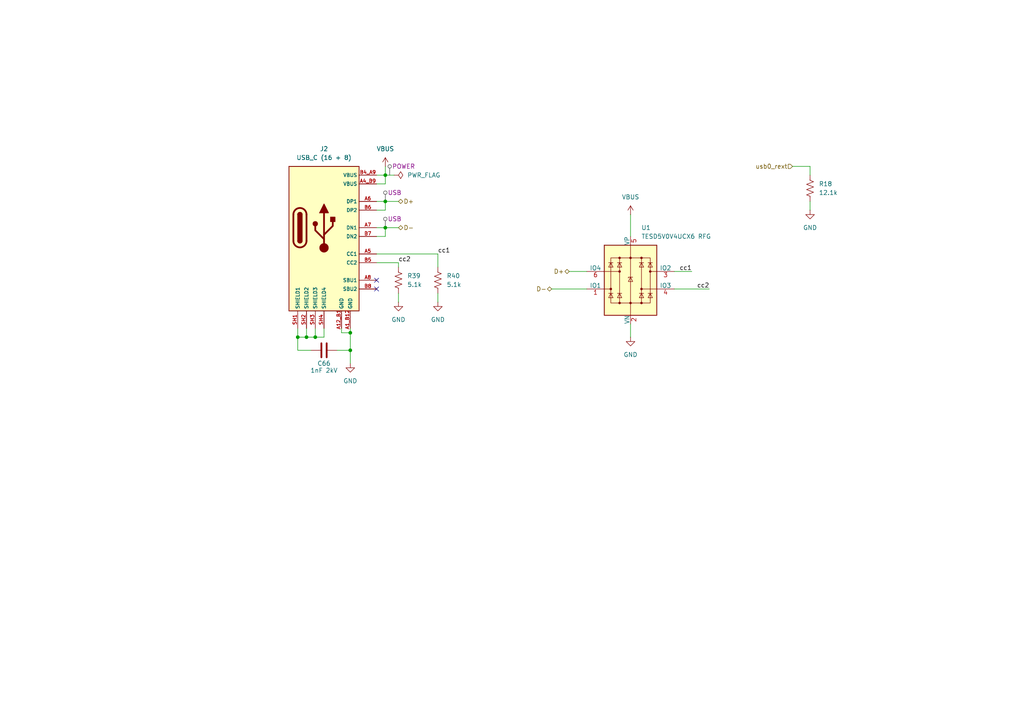
<source format=kicad_sch>
(kicad_sch (version 20250114) (generator "eeschema") (generator_version "9.0")
  (paper "A4")
  (lib_symbols
    (symbol "Device:C" (pin_numbers (hide yes)) (pin_names (offset 0.254))
      (property "Reference" "C" (at 0.635 2.54 0))
      (property "Value" "C" (at 0.635 -2.54 0))
      (symbol "C_0_1"
        (polyline (pts (xy -2.032 0.762) (xy 2.032 0.762)) (stroke (width 0.508)))
        (polyline (pts (xy -2.032 -0.762) (xy 2.032 -0.762)) (stroke (width 0.508)))
      )
      (symbol "C_1_1"
        (pin passive line (at 0 3.81 270) (length 2.794) (name "~") (number "1"))
        (pin passive line (at 0 -3.81 90) (length 2.794) (name "~") (number "2"))
      )
    )
    (symbol "Device:R_US" (pin_numbers (hide yes)) (pin_names (offset 0))
      (property "Reference" "R" (at 2.54 0 90))
      (property "Value" "R_US" (at -2.54 0 90))
      (symbol "R_US_0_1"
        (polyline (pts (xy 0 2.286) (xy 0 2.54)))
        (polyline (pts (xy 0 2.286) (xy 1.016 1.905) (xy 0 1.524) (xy -1.016 1.143) (xy 0 0.762)))
        (polyline (pts (xy 0 0.762) (xy 1.016 0.381) (xy 0 0) (xy -1.016 -0.381) (xy 0 -0.762)))
        (polyline (pts (xy 0 -0.762) (xy 1.016 -1.143) (xy 0 -1.524) (xy -1.016 -1.905) (xy 0 -2.286)))
        (polyline (pts (xy 0 -2.286) (xy 0 -2.54)))
      )
      (symbol "R_US_1_1"
        (pin passive line (at 0 3.81 270) (length 1.27) (name "~") (number "1"))
        (pin passive line (at 0 -3.81 90) (length 1.27) (name "~") (number "2"))
      )
    )
    (symbol "cotti_usb:IC_TVS_5V" (pin_names (offset 0))
      (property "Reference" "U" (at -5.08 11.43 0))
      (property "Value" "TESD5V0V4UCX6 RFG" (at 2.54 11.43 0))
      (symbol "IC_TVS_5V_0_0"
        (rectangle (start -5.715 6.477) (end 5.715 -6.604))
        (polyline (pts (xy -3.175 -6.604) (xy -3.175 6.477)))
        (polyline (pts (xy 3.175 6.477) (xy 3.175 -6.604)))
      )
      (symbol "IC_TVS_5V_0_1"
        (polyline (pts (xy -7.747 2.54) (xy -3.175 2.54)))
        (rectangle (start -7.62 10.16) (end 7.62 -10.16) (stroke (width 0.254)) (fill (type background)))
        (polyline (pts (xy -7.62 -2.54) (xy -5.715 -2.54)))
        (circle (center -5.715 -2.54) (radius 0.2794) (fill (type outline)))
        (polyline (pts (xy -5.08 5.08) (xy -6.35 5.08)))
        (polyline (pts (xy -5.08 3.81) (xy -6.35 3.81) (xy -5.715 5.08) (xy -5.08 3.81)))
        (polyline (pts (xy -5.08 -3.81) (xy -6.35 -3.81)))
        (polyline (pts (xy -5.08 -5.08) (xy -6.35 -5.08) (xy -5.715 -3.81) (xy -5.08 -5.08)))
        (circle (center -3.175 6.477) (radius 0.2794) (fill (type outline)))
        (circle (center -3.175 2.54) (radius 0.2794) (fill (type outline)))
        (circle (center -3.175 -6.604) (radius 0.2794) (fill (type outline)))
        (polyline (pts (xy -2.54 5.08) (xy -3.81 5.08)))
        (polyline (pts (xy -2.54 3.81) (xy -3.81 3.81) (xy -3.175 5.08) (xy -2.54 3.81)))
        (polyline (pts (xy -2.54 -3.81) (xy -3.81 -3.81)))
        (polyline (pts (xy -2.54 -5.08) (xy -3.81 -5.08) (xy -3.175 -3.81) (xy -2.54 -5.08)))
        (polyline (pts (xy 0 10.16) (xy 0 -10.16)))
        (circle (center 0 6.477) (radius 0.2794) (fill (type outline)))
        (circle (center 0 -6.604) (radius 0.2794) (fill (type outline)))
        (polyline (pts (xy 0.635 0.889) (xy -0.635 0.889) (xy -0.635 0.635)))
        (polyline (pts (xy 0.635 -0.381) (xy -0.635 -0.381) (xy 0 0.889) (xy 0.635 -0.381)))
        (circle (center 3.175 6.477) (radius 0.2794) (fill (type outline)))
        (circle (center 3.175 -2.54) (radius 0.2794) (fill (type outline)))
        (circle (center 3.175 -6.604) (radius 0.2794) (fill (type outline)))
        (polyline (pts (xy 3.81 5.08) (xy 2.54 5.08)))
        (polyline (pts (xy 3.81 3.81) (xy 2.54 3.81) (xy 3.175 5.08) (xy 3.81 3.81)))
        (polyline (pts (xy 3.81 -3.81) (xy 2.54 -3.81)))
        (polyline (pts (xy 3.81 -5.08) (xy 2.54 -5.08) (xy 3.175 -3.81) (xy 3.81 -5.08)))
        (circle (center 5.715 2.54) (radius 0.2794) (fill (type outline)))
        (polyline (pts (xy 6.35 5.08) (xy 5.08 5.08)))
        (polyline (pts (xy 6.35 3.81) (xy 5.08 3.81) (xy 5.715 5.08) (xy 6.35 3.81)))
        (polyline (pts (xy 6.35 -3.81) (xy 5.08 -3.81)))
        (polyline (pts (xy 6.35 -5.08) (xy 5.08 -5.08) (xy 5.715 -3.81) (xy 6.35 -5.08)))
        (polyline (pts (xy 7.62 2.54) (xy 5.715 2.54)))
        (polyline (pts (xy 7.62 -2.54) (xy 3.175 -2.54)))
      )
      (symbol "IC_TVS_5V_1_1"
        (pin passive line (at -12.7 2.54 0) (length 5.08) (name "IO4") (number "6"))
        (pin passive line (at -12.7 -2.54 0) (length 5.08) (name "IO1") (number "1"))
        (pin passive line (at 0 12.7 270) (length 2.54) (name "VP") (number "5"))
        (pin passive line (at 0 -12.7 90) (length 2.54) (name "VN") (number "2"))
        (pin passive line (at 12.7 2.54 180) (length 5.08) (name "IO2") (number "3"))
        (pin passive line (at 12.7 -2.54 180) (length 5.08) (name "IO3") (number "4"))
      )
    )
    (symbol "cotti_usb:USB_C_16+8"
      (property "Reference" "J" (at 1.016 4.318 0))
      (property "Value" "USB_C (16 + 8)" (at 8.382 1.524 0))
      (symbol "USB_C_16+8_0_0"
        (pin passive line (at 17.78 -46.99 90) (length 5.08) (name "GND") (number "A1_B12"))
        (pin passive line (at 25.4 -5.08 180) (length 5.08) (name "VBUS") (number "A4_B9"))
        (pin passive line (at 25.4 -12.7 180) (length 5.08) (name "DP2") (number "B6"))
        (pin passive line (at 25.4 -17.78 180) (length 5.08) (name "DN1") (number "A7"))
        (pin passive line (at 25.4 -20.32 180) (length 5.08) (name "DN2") (number "B7"))
        (pin passive line (at 25.4 -25.4 180) (length 5.08) (name "CC1") (number "A5"))
        (pin passive line (at 25.4 -27.94 180) (length 5.08) (name "CC2") (number "B5"))
        (pin passive line (at 25.4 -33.02 180) (length 5.08) (name "SBU1") (number "A8"))
        (pin passive line (at 25.4 -35.56 180) (length 5.08) (name "SBU2") (number "B8"))
      )
      (symbol "USB_C_16+8_0_1"
        (rectangle (start 0 0) (end 20.32 -41.91) (stroke (width 0.254)) (fill (type background)))
        (polyline (pts (xy 1.27 -21.59) (xy 1.27 -13.97)) (stroke (width 0.508)))
        (rectangle (start 2.54 -21.59) (end 3.81 -13.97) (stroke (width 0.254)) (fill (type outline)))
        (arc (start 2.54 -13.97) (mid 3.175 -13.3377) (end 3.81 -13.97) (stroke (width 0.254)))
        (arc (start 2.54 -13.97) (mid 3.175 -13.3377) (end 3.81 -13.97) (stroke (width 0.254)) (fill (type outline)))
        (arc (start 1.27 -13.97) (mid 3.175 -12.0733) (end 5.08 -13.97) (stroke (width 0.508)))
        (arc (start 5.08 -21.59) (mid 3.175 -23.4867) (end 1.27 -21.59) (stroke (width 0.508)))
        (arc (start 3.81 -21.59) (mid 3.175 -22.2223) (end 2.54 -21.59) (stroke (width 0.254)))
        (arc (start 3.81 -21.59) (mid 3.175 -22.2223) (end 2.54 -21.59) (stroke (width 0.254)) (fill (type outline)))
        (polyline (pts (xy 5.08 -13.97) (xy 5.08 -21.59)) (stroke (width 0.508)))
        (circle (center 7.62 -16.637) (radius 0.635) (stroke (width 0.254)) (fill (type outline)))
        (polyline (pts (xy 8.89 -13.462) (xy 10.16 -10.922) (xy 11.43 -13.462) (xy 8.89 -13.462)) (stroke (width 0.254)) (fill (type outline)))
        (polyline (pts (xy 10.16 -19.812) (xy 12.7 -17.272) (xy 12.7 -16.002)) (stroke (width 0.508)))
        (polyline (pts (xy 10.16 -21.082) (xy 7.62 -18.542) (xy 7.62 -17.272)) (stroke (width 0.508)))
        (polyline (pts (xy 10.16 -23.622) (xy 10.16 -13.462)) (stroke (width 0.508)))
        (circle (center 10.16 -23.622) (radius 1.27) (fill (type outline)))
        (rectangle (start 12.065 -16.002) (end 13.335 -14.732) (stroke (width 0.254)) (fill (type outline)))
      )
      (symbol "USB_C_16+8_1_0"
        (pin passive line (at 2.54 -46.99 90) (length 5.08) (name "SHIELD1") (number "SH1"))
        (pin passive line (at 5.08 -46.99 90) (length 5.08) (name "SHIELD2") (number "SH2"))
        (pin passive line (at 7.62 -46.99 90) (length 5.08) (name "SHIELD3") (number "SH3"))
        (pin passive line (at 10.16 -46.99 90) (length 5.08) (name "SHIELD4") (number "SH4"))
        (pin passive line (at 15.24 -46.99 90) (length 5.08) (name "GND") (number "A12_B1"))
        (pin passive line (at 25.4 -2.54 180) (length 5.08) (name "VBUS") (number "B4_A9"))
        (pin passive line (at 25.4 -10.16 180) (length 5.08) (name "DP1") (number "A6"))
      )
    )
    (symbol "power:GND" (power) (pin_numbers (hide yes)) (pin_names (offset 0) (hide yes))
      (property "Value" "GND" (at 0 -3.81 0))
      (symbol "GND_0_1"
        (polyline (pts (xy 0 0) (xy 0 -1.27) (xy 1.27 -1.27) (xy 0 -2.54) (xy -1.27 -1.27) (xy 0 -1.27)))
      )
      (symbol "GND_1_1"
        (pin power_in line (at 0 0 270) (length 0) (name "~") (number "1"))
      )
    )
    (symbol "power:PWR_FLAG" (power) (pin_numbers (hide yes)) (pin_names (offset 0) (hide yes))
      (property "Value" "PWR_FLAG" (at 0 3.81 0))
      (symbol "PWR_FLAG_0_0"
        (pin power_out line (at 0 0 90) (length 0) (name "~") (number "1"))
      )
      (symbol "PWR_FLAG_0_1"
        (polyline (pts (xy 0 0) (xy 0 1.27) (xy -1.016 1.905) (xy 0 2.54) (xy 1.016 1.905) (xy 0 1.27)))
      )
    )
    (symbol "power:VBUS" (power) (pin_numbers (hide yes)) (pin_names (offset 0) (hide yes))
      (property "Value" "VBUS" (at 0 3.556 0))
      (symbol "VBUS_0_1"
        (polyline (pts (xy -0.762 1.27) (xy 0 2.54)))
        (polyline (pts (xy 0 2.54) (xy 0.762 1.27)))
        (polyline (pts (xy 0 0) (xy 0 2.54)))
      )
      (symbol "VBUS_1_1"
        (pin power_in line (at 0 0 90) (length 0) (name "~") (number "1"))
      )
    )
  )
  (junction (at 88.9 97.79))
  (junction (at 86.36 97.79))
  (junction (at 101.6 101.6))
  (junction (at 111.76 66.04))
  (junction (at 111.76 58.42))
  (junction (at 101.6 96.52))
  (junction (at 91.44 97.79))
  (junction (at 111.76 50.8))
  (no_connect (at 109.22 83.82))
  (no_connect (at 109.22 81.28))
  (wire (pts (xy 111.76 58.42) (xy 111.76 60.96)))
  (wire (pts (xy 109.22 66.04) (xy 111.76 66.04)))
  (wire (pts (xy 115.57 76.2) (xy 115.57 77.47)))
  (wire (pts (xy 93.98 95.25) (xy 93.98 97.79)))
  (wire (pts (xy 91.44 95.25) (xy 91.44 97.79)))
  (wire (pts (xy 93.98 97.79) (xy 91.44 97.79)))
  (wire (pts (xy 111.76 53.34) (xy 109.22 53.34)))
  (wire (pts (xy 109.22 73.66) (xy 127 73.66)))
  (wire (pts (xy 182.88 93.98) (xy 182.88 97.79)))
  (wire (pts (xy 91.44 97.79) (xy 88.9 97.79)))
  (wire (pts (xy 88.9 95.25) (xy 88.9 97.79)))
  (wire (pts (xy 88.9 97.79) (xy 86.36 97.79)))
  (wire (pts (xy 234.95 58.42) (xy 234.95 60.96)))
  (wire (pts (xy 111.76 60.96) (xy 109.22 60.96)))
  (wire (pts (xy 229.87 48.26) (xy 234.95 48.26)))
  (wire (pts (xy 99.06 96.52) (xy 101.6 96.52)))
  (wire (pts (xy 97.79 101.6) (xy 101.6 101.6)))
  (wire (pts (xy 165.1 78.74) (xy 170.18 78.74)))
  (wire (pts (xy 111.76 66.04) (xy 115.57 66.04)))
  (wire (pts (xy 101.6 101.6) (xy 101.6 105.41)))
  (wire (pts (xy 111.76 50.8) (xy 111.76 53.34)))
  (wire (pts (xy 109.22 76.2) (xy 115.57 76.2)))
  (wire (pts (xy 127 85.09) (xy 127 87.63)))
  (wire (pts (xy 86.36 97.79) (xy 86.36 101.6)))
  (wire (pts (xy 109.22 50.8) (xy 111.76 50.8)))
  (wire (pts (xy 111.76 48.26) (xy 111.76 50.8)))
  (wire (pts (xy 115.57 85.09) (xy 115.57 87.63)))
  (wire (pts (xy 182.88 62.23) (xy 182.88 68.58)))
  (wire (pts (xy 86.36 101.6) (xy 90.17 101.6)))
  (wire (pts (xy 111.76 50.8) (xy 114.3 50.8)))
  (wire (pts (xy 127 73.66) (xy 127 77.47)))
  (wire (pts (xy 101.6 96.52) (xy 101.6 101.6)))
  (wire (pts (xy 99.06 95.25) (xy 99.06 96.52)))
  (wire (pts (xy 111.76 58.42) (xy 115.57 58.42)))
  (wire (pts (xy 195.58 83.82) (xy 205.74 83.82)))
  (wire (pts (xy 86.36 95.25) (xy 86.36 97.79)))
  (wire (pts (xy 200.66 78.74) (xy 195.58 78.74)))
  (wire (pts (xy 101.6 96.52) (xy 101.6 95.25)))
  (wire (pts (xy 109.22 68.58) (xy 111.76 68.58)))
  (wire (pts (xy 109.22 58.42) (xy 111.76 58.42)))
  (wire (pts (xy 111.76 66.04) (xy 111.76 68.58)))
  (wire (pts (xy 234.95 50.8) (xy 234.95 48.26)))
  (wire (pts (xy 170.18 83.82) (xy 160.02 83.82)))
  (label "cc2" (at 115.57 76.2 0))
  (label "cc1" (at 127 73.66 0))
  (label "cc2" (at 205.74 83.82 180))
  (label "cc1" (at 200.66 78.74 180))
  (hierarchical_label "D-" (shape bidirectional) (at 115.57 66.04 0))
  (hierarchical_label "usb0_rext" (shape input) (at 229.87 48.26 180))
  (hierarchical_label "D-" (shape bidirectional) (at 160.02 83.82 180))
  (hierarchical_label "D+" (shape bidirectional) (at 165.1 78.74 180))
  (hierarchical_label "D+" (shape bidirectional) (at 115.57 58.42 0))
  (netclass_flag "" (length 2.54) (shape round) (at 111.76 58.42 0) (property "Netclass" "USB" (at 112.4585 55.88 0) (effects (justify left))))
  (netclass_flag "" (length 2.54) (shape round) (at 113.03 50.8 0) (property "Netclass" "POWER" (at 113.7285 48.26 0) (effects (justify left))))
  (netclass_flag "" (length 2.54) (shape round) (at 111.76 66.04 0) (property "Netclass" "USB" (at 112.4585 63.5 0) (effects (justify left))))
  (symbol (lib_id "Device:C") (at 93.98 101.6 90) (unit 1)
    (property "Reference" "C66" (at 93.98 105.41 90))
    (property "Value" "1nF 2kV" (at 93.98 107.442 90))
    (property "Footprint" "Capacitor_SMD:C_1206_3216Metric_Pad1.33x1.80mm_HandSolder" (effects (hide yes)))
    (property "Datasheet" "http://www.passivecomponent.com/wp-content/uploads/datasheet/WTC_MLCC_Middle_and_High_Voltage.pdf" (effects (hide yes)))
    (property "Description" "Unpolarized capacitor" (effects (hide yes)))
    (property "Digikey" "https://www.digikey.com/en/products/detail/walsin-technology-corporation/1206B102M202CT/15791323" (effects (hide yes)))
    (property "Mfr." "Walsin Technology Corporation" (effects (hide yes)))
    (property "Mfr. P/N" "1206B102M202CT" (effects (hide yes)))
  )
  (symbol (lib_id "Device:R_US") (at 115.57 81.28 0) (unit 1)
    (property "Reference" "R39" (at 118.11 80.0099 0) (effects (justify left)))
    (property "Value" "5.1k" (at 118.11 82.5499 0) (effects (justify left)))
    (property "Footprint" "Resistor_SMD:R_0805_2012Metric_Pad1.20x1.40mm_HandSolder" (effects (hide yes)))
    (property "Datasheet" "https://www.yageogroup.com/content/datasheet/asset/file/PYU-RC_GROUP_51_ROHS_L" (effects (hide yes)))
    (property "Description" "Resistor, US symbol" (effects (hide yes)))
    (property "Digikey" "https://www.digikey.com/en/products/detail/yageo/RC0805FR-135K1L/14008188" (effects (hide yes)))
    (property "Mfr." "YAGEO" (effects (hide yes)))
    (property "Mfr. P/N" "RC0805FR-135K1L" (effects (hide yes)))
  )
  (symbol (lib_id "Device:R_US") (at 234.95 54.61 0) (unit 1)
    (property "Reference" "R18" (at 237.49 53.3399 0) (effects (justify left)))
    (property "Value" "12.1k" (at 237.49 55.8799 0) (effects (justify left)))
    (property "Footprint" "Resistor_SMD:R_0805_2012Metric_Pad1.20x1.40mm_HandSolder" (effects (hide yes)))
    (property "Datasheet" "https://www.yageogroup.com/content/datasheet/asset/file/PYU-AC_51_ROHS_L" (effects (hide yes)))
    (property "Description" "Resistor, US symbol" (effects (hide yes)))
    (property "Digikey" "https://www.digikey.com/en/products/detail/yageo/AC0805FR-0712K1L/5896547" (effects (hide yes)))
    (property "Mfr." "YAGEO" (effects (hide yes)))
    (property "Mfr. P/N" "AC0805FR-0712K1L" (effects (hide yes)))
  )
  (symbol (lib_id "cotti_usb:USB_C_16+8") (at 83.82 48.26 0) (unit 1)
    (property "Reference" "J2" (at 93.98 43.18 0))
    (property "Value" "USB_C (16 + 8)" (at 93.98 45.72 0))
    (property "Footprint" "cotti_footprints:SAMESKY_UJ20-C-H-G-SMT-5-P16-TR" (effects (hide yes)))
    (property "Datasheet" "https://www.sameskydevices.com/product/resource/uj20-c-h-g-smt-5-p16-tr.pdf" (effects (hide yes)))
    (property "Description" "USB-C (USB TYPE-C) USB 2.0 Receptacle Connector 24 (16+8 Dummy) Position Surface Mount, Right Angle; Through Hole" (effects (hide yes)))
    (property "Digikey" "https://www.digikey.com/en/products/detail/same-sky-formerly-cui-devices/UJ20-C-H-G-SMT-5-P16-TR/24818593" (effects (hide yes)))
    (property "Mfr." "Same Sky (Formerly CUI Devices)" (effects (hide yes)))
    (property "Mfr. P/N" "UJ20-C-H-G-SMT-5-P16-TR" (effects (hide yes)))
  )
  (symbol (lib_id "power:GND") (at 127 87.63 0) (unit 1)
    (property "Reference" "#PWR0140" (effects (hide yes)))
    (property "Value" "GND" (at 127 92.71 0))
    (property "Description" "Power symbol creates a global label with name \"GND\" , ground" (effects (hide yes)))
  )
  (symbol (lib_id "power:VBUS") (at 111.76 48.26 0) (unit 1)
    (property "Reference" "#PWR0143" (effects (hide yes)))
    (property "Value" "VBUS" (at 111.76 43.18 0))
    (property "Description" "Power symbol creates a global label with name \"VBUS\"" (effects (hide yes)))
  )
  (symbol (lib_id "power:GND") (at 115.57 87.63 0) (unit 1)
    (property "Reference" "#PWR039" (effects (hide yes)))
    (property "Value" "GND" (at 115.57 92.71 0))
    (property "Description" "Power symbol creates a global label with name \"GND\" , ground" (effects (hide yes)))
  )
  (symbol (lib_id "power:VBUS") (at 182.88 62.23 0) (unit 1)
    (property "Reference" "#PWR0144" (effects (hide yes)))
    (property "Value" "VBUS" (at 182.88 57.15 0))
    (property "Description" "Power symbol creates a global label with name \"VBUS\"" (effects (hide yes)))
  )
  (symbol (lib_id "power:GND") (at 234.95 60.96 0) (unit 1)
    (property "Reference" "#PWR092" (effects (hide yes)))
    (property "Value" "GND" (at 234.95 66.04 0))
    (property "Description" "Power symbol creates a global label with name \"GND\" , ground" (effects (hide yes)))
  )
  (symbol (lib_id "Device:R_US") (at 127 81.28 0) (unit 1)
    (property "Reference" "R40" (at 129.54 80.0099 0) (effects (justify left)))
    (property "Value" "5.1k" (at 129.54 82.5499 0) (effects (justify left)))
    (property "Footprint" "Resistor_SMD:R_0805_2012Metric_Pad1.20x1.40mm_HandSolder" (effects (hide yes)))
    (property "Datasheet" "https://www.yageogroup.com/content/datasheet/asset/file/PYU-RC_GROUP_51_ROHS_L" (effects (hide yes)))
    (property "Description" "Resistor, US symbol" (effects (hide yes)))
    (property "Digikey" "https://www.digikey.com/en/products/detail/yageo/RC0805FR-135K1L/14008188" (effects (hide yes)))
    (property "Mfr." "YAGEO" (effects (hide yes)))
    (property "Mfr. P/N" "RC0805FR-135K1L" (effects (hide yes)))
  )
  (symbol (lib_id "power:GND") (at 101.6 105.41 0) (unit 1)
    (property "Reference" "#PWR0141" (effects (hide yes)))
    (property "Value" "GND" (at 101.6 110.49 0))
    (property "Description" "Power symbol creates a global label with name \"GND\" , ground" (effects (hide yes)))
  )
  (symbol (lib_id "power:PWR_FLAG") (at 114.3 50.8 270) (unit 1)
    (property "Reference" "#FLG06" (effects (hide yes)))
    (property "Value" "PWR_FLAG" (at 118.11 50.7999 90) (effects (justify left)))
    (property "Description" "Special symbol for telling ERC where power comes from" (effects (hide yes)))
  )
  (symbol (lib_id "cotti_usb:IC_TVS_5V") (at 182.88 81.28 0) (unit 1)
    (property "Reference" "U1" (at 185.9981 66.04 0) (effects (justify left)))
    (property "Value" "TESD5V0V4UCX6 RFG" (at 185.9981 68.58 0) (effects (justify left)))
    (property "Footprint" "Package_TO_SOT_SMD:SOT-23-6" (effects (hide yes)))
    (property "Datasheet" "https://services.taiwansemi.com/storage/resources/datasheet/TESD5V0V4UCX6_B2003.pdf" (effects (hide yes)))
    (property "Description" "15V Clamp 5A (8/20µs) Ipp Tvs Diode Surface Mount SOT-26" (effects (hide yes)))
    (property "Digikey" "https://www.digikey.com/en/products/detail/taiwan-semiconductor-corporation/TESD5V0V4UCX6-RFG/7623393" (effects (hide yes)))
    (property "Mfr." "Taiwan Semiconductor Corporation" (effects (hide yes)))
    (property "Mfr. P/N" "TESD5V0V4UCX6 RFG" (effects (hide yes)))
  )
  (symbol (lib_id "power:GND") (at 182.88 97.79 0) (unit 1)
    (property "Reference" "#PWR0142" (effects (hide yes)))
    (property "Value" "GND" (at 182.88 102.87 0))
    (property "Description" "Power symbol creates a global label with name \"GND\" , ground" (effects (hide yes)))
  )
)
</source>
